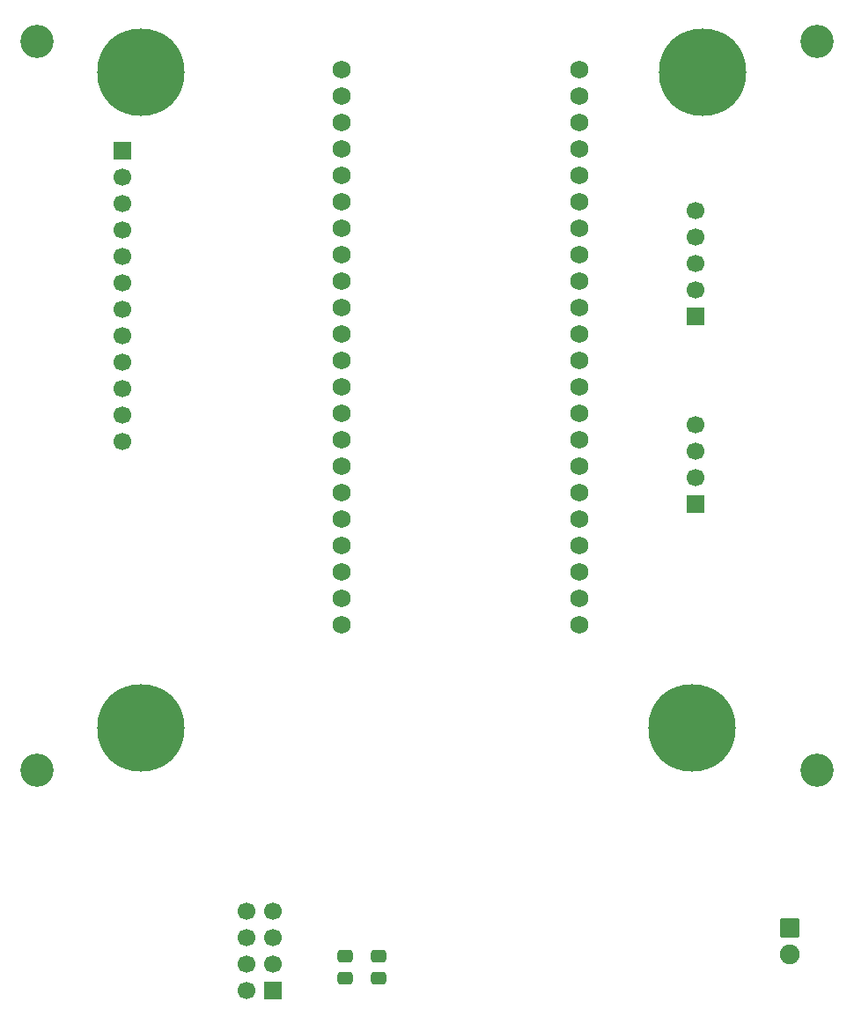
<source format=gbr>
%TF.GenerationSoftware,KiCad,Pcbnew,9.0.6*%
%TF.CreationDate,2026-02-25T03:49:56+07:00*%
%TF.ProjectId,Robot_remote,526f626f-745f-4726-956d-6f74652e6b69,rev?*%
%TF.SameCoordinates,Original*%
%TF.FileFunction,Soldermask,Top*%
%TF.FilePolarity,Negative*%
%FSLAX46Y46*%
G04 Gerber Fmt 4.6, Leading zero omitted, Abs format (unit mm)*
G04 Created by KiCad (PCBNEW 9.0.6) date 2026-02-25 03:49:56*
%MOMM*%
%LPD*%
G01*
G04 APERTURE LIST*
G04 Aperture macros list*
%AMRoundRect*
0 Rectangle with rounded corners*
0 $1 Rounding radius*
0 $2 $3 $4 $5 $6 $7 $8 $9 X,Y pos of 4 corners*
0 Add a 4 corners polygon primitive as box body*
4,1,4,$2,$3,$4,$5,$6,$7,$8,$9,$2,$3,0*
0 Add four circle primitives for the rounded corners*
1,1,$1+$1,$2,$3*
1,1,$1+$1,$4,$5*
1,1,$1+$1,$6,$7*
1,1,$1+$1,$8,$9*
0 Add four rect primitives between the rounded corners*
20,1,$1+$1,$2,$3,$4,$5,0*
20,1,$1+$1,$4,$5,$6,$7,0*
20,1,$1+$1,$6,$7,$8,$9,0*
20,1,$1+$1,$8,$9,$2,$3,0*%
G04 Aperture macros list end*
%ADD10R,1.700000X1.700000*%
%ADD11C,1.700000*%
%ADD12C,3.200000*%
%ADD13C,8.400000*%
%ADD14RoundRect,0.250000X0.475000X-0.337500X0.475000X0.337500X-0.475000X0.337500X-0.475000X-0.337500X0*%
%ADD15C,1.734000*%
%ADD16C,1.905000*%
%ADD17RoundRect,0.285750X0.666750X0.666750X-0.666750X0.666750X-0.666750X-0.666750X0.666750X-0.666750X0*%
G04 APERTURE END LIST*
D10*
%TO.C,J3*%
X98250000Y-57500000D03*
D11*
X98250000Y-60040000D03*
X98250000Y-62580000D03*
X98250000Y-65120000D03*
X98250000Y-67660000D03*
X98250000Y-70200000D03*
X98250000Y-72740000D03*
X98250000Y-75280000D03*
X98250000Y-77820000D03*
X98250000Y-80360000D03*
X98250000Y-82900000D03*
X98250000Y-85440000D03*
%TD*%
D12*
%TO.C,H5*%
X165000000Y-47000000D03*
%TD*%
D10*
%TO.C,U1*%
X112725200Y-138226800D03*
D11*
X110185200Y-138226800D03*
X112725200Y-135686800D03*
X110185200Y-135686800D03*
X112725200Y-133146800D03*
X110185200Y-133146800D03*
X112725200Y-130606800D03*
X110185200Y-130606800D03*
%TD*%
D13*
%TO.C,H3*%
X153000000Y-113000000D03*
%TD*%
D14*
%TO.C,C2*%
X122885200Y-136978300D03*
X122885200Y-134903300D03*
%TD*%
D13*
%TO.C,H1*%
X100000000Y-50000000D03*
%TD*%
D12*
%TO.C,H8*%
X165000000Y-117000000D03*
%TD*%
%TO.C,H6*%
X90000000Y-47000000D03*
%TD*%
D13*
%TO.C,H4*%
X100000000Y-113000000D03*
%TD*%
%TO.C,H2*%
X154000000Y-50000000D03*
%TD*%
D14*
%TO.C,C1*%
X119634000Y-136999800D03*
X119634000Y-134924800D03*
%TD*%
D15*
%TO.C,U3*%
X119329200Y-49733200D03*
X119329200Y-52273200D03*
X119329200Y-54813200D03*
X119329200Y-57353200D03*
X119329200Y-59893200D03*
X119329200Y-62433200D03*
X119329200Y-64973200D03*
X119329200Y-67513200D03*
X119329200Y-70053200D03*
X119329200Y-72593200D03*
X119329200Y-75133200D03*
X119329200Y-77673200D03*
X119329200Y-80213200D03*
X119329200Y-82753200D03*
X119329200Y-85293200D03*
X119329200Y-87833200D03*
X119329200Y-90373200D03*
X119329200Y-92913200D03*
X119329200Y-95453200D03*
X119329200Y-97993200D03*
X119329200Y-100533200D03*
X119329200Y-103073200D03*
X142189200Y-49733200D03*
X142189200Y-52273200D03*
X142189200Y-54813200D03*
X142189200Y-57353200D03*
X142189200Y-59893200D03*
X142189200Y-62433200D03*
X142189200Y-64973200D03*
X142189200Y-67513200D03*
X142189200Y-70053200D03*
X142189200Y-72593200D03*
X142189200Y-75133200D03*
X142189200Y-77673200D03*
X142189200Y-80213200D03*
X142189200Y-82753200D03*
X142189200Y-85293200D03*
X142189200Y-87833200D03*
X142189200Y-90373200D03*
X142189200Y-92913200D03*
X142189200Y-95453200D03*
X142189200Y-97993200D03*
X142189200Y-100533200D03*
X142189200Y-103073200D03*
%TD*%
D12*
%TO.C,H7*%
X90000000Y-117000000D03*
%TD*%
D10*
%TO.C,J1*%
X153349000Y-73406000D03*
D11*
X153349000Y-70866000D03*
X153349000Y-68326000D03*
X153349000Y-65786000D03*
X153349000Y-63246000D03*
%TD*%
D10*
%TO.C,J2*%
X153349000Y-91440000D03*
D11*
X153349000Y-88900000D03*
X153349000Y-86360000D03*
X153349000Y-83820000D03*
%TD*%
D16*
%TO.C,U2*%
X162377000Y-134747000D03*
D17*
X162377000Y-132207000D03*
%TD*%
M02*

</source>
